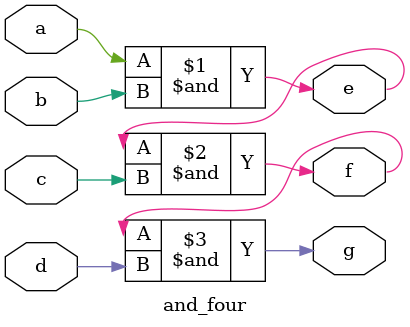
<source format=v>
`timescale 1ns / 1ps

module and_four (a, b, c, d, e, f, g);
    input a, b, c, d;
    output e, f, g;

    assign e = a&b;
    assign f = e&c;
    assign g = f&d;
    
endmodule

</source>
